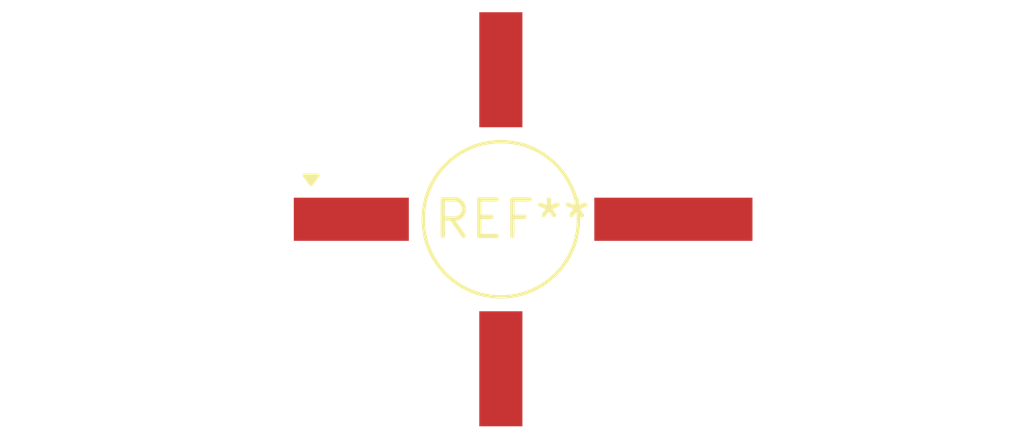
<source format=kicad_pcb>
(kicad_pcb (version 20240108) (generator pcbnew)
  (layers (0 "F.Cu" signal) (31 "B.Cu" signal) (34 "B.Paste" user) (35 "F.Paste" user) (36 "B.SilkS" user "B.Silkscreen") (37 "F.SilkS" user "F.Silkscreen") (38 "B.Mask" user) (39 "F.Mask" user) (44 "Edge.Cuts" user))
  (net 0 "")
  (footprint "TO-50-4_ShortPad-NoHole_Housing" (layer "F.Cu") (at 0 0)
    (property "Reference" "REF**")
    (property "Value" "TO-50-4_ShortPad-NoHole_Housing")
    (fp_circle (center -0.4 0) (end -0.4 -2.7) (layer "F.SilkS") (stroke (width 0.12)) (fill none))
    (fp_poly (pts (xy -7 -1.2) (xy -7.24 -1.53) (xy -6.76 -1.53) (xy -7 -1.2)) (layer "F.SilkS") (stroke (width 0.12)) (fill solid))
    (pad "1" smd rect (at -5.6 0 270) (size 1.5 4) (layers "F.Cu" "F.Paste" "F.Mask"))
    (pad "2" smd rect (at -0.4 5.2 270) (size 4 1.5) (layers "F.Cu" "F.Paste" "F.Mask"))
    (pad "3" smd rect (at 5.6 0 270) (size 1.5 5.5) (layers "F.Cu" "F.Paste" "F.Mask"))
    (pad "4" smd rect (at -0.4 -5.2 270) (size 4 1.5) (layers "F.Cu" "F.Paste" "F.Mask"))
  )
)
</source>
